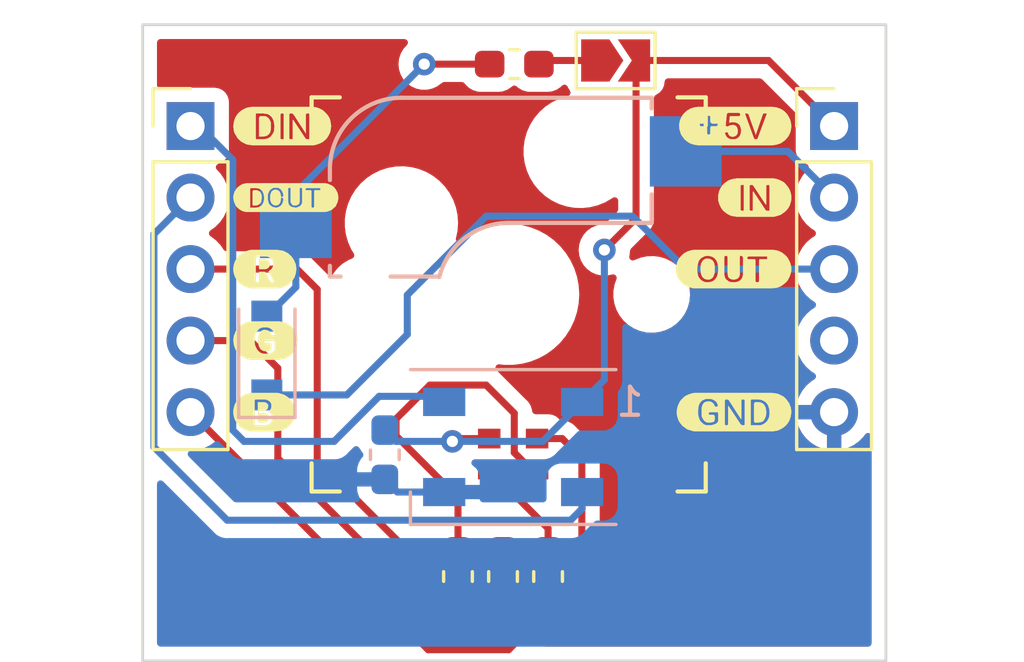
<source format=kicad_pcb>
(kicad_pcb (version 20210126) (generator pcbnew)
  (layers (0 "F.Cu" signal) (31 "B.Cu" signal) (34 "B.Paste" user) (35 "F.Paste" user) (36 "B.SilkS" user "B.Silkscreen") (37 "F.SilkS" user "F.Silkscreen") (38 "B.Mask" user) (39 "F.Mask" user) (44 "Edge.Cuts" user))
  (net 0 "")
  (net 1 "GND")
  (net 2 "+5V")
  (net 3 "Net-(D1-Pad2)")
  (net 4 "KM_OUT")
  (net 5 "Net-(D2-Pad3)")
  (net 6 "Net-(D2-Pad1)")
  (net 7 "Net-(D2-Pad2)")
  (net 8 "DOUT")
  (net 9 "DIN")
  (net 10 "LED_B")
  (net 11 "LED_G")
  (net 12 "LED_R")
  (net 14 "KM_IN")
  (net 15 "Net-(JP1-Pad1)")
  (footprint "Connector_PinHeader_2.54mm:PinHeader_1x05_P2.54mm_Vertical" (layer "F.Cu") (at 137.16 101.6)
    (fp_text reference "J2" hide)
    (fp_text value "Conn_01x05_Male")
    (fp_line (start -1.33 0) (end -1.33 -1.33) (layer "F.SilkS") (width 0.12))
    (fp_line (start -1.33 11.49) (end 1.33 11.49) (layer "F.SilkS") (width 0.12))
    (fp_line (start -1.33 1.27) (end 1.33 1.27) (layer "F.SilkS") (width 0.12))
    (fp_line (start -1.33 1.27) (end -1.33 11.49) (layer "F.SilkS") (width 0.12))
    (fp_line (start -1.33 -1.33) (end 0 -1.33) (layer "F.SilkS") (width 0.12))
    (fp_line (start 1.33 1.27) (end 1.33 11.49) (layer "F.SilkS") (width 0.12))
    (pad "1" thru_hole rect (at 0 0) (size 1.7 1.7) (drill 1) (layers *.Cu *.Mask) (net 2 "+5V"))
    (pad "2" thru_hole oval (at 0 2.54) (size 1.7 1.7) (drill 1) (layers *.Cu *.Mask) (net 14 "KM_IN"))
    (pad "3" thru_hole oval (at 0 5.08) (size 1.7 1.7) (drill 1) (layers *.Cu *.Mask) (net 4 "KM_OUT"))
    (pad "4" thru_hole oval (at 0 7.62) (size 1.7 1.7) (drill 1) (layers *.Cu *.Mask))
    (pad "5" thru_hole oval (at 0 10.16) (size 1.7 1.7) (drill 1) (layers *.Cu *.Mask) (net 1 "GND"))
  )
  (footprint "buzzardLabel" (layer "F.Cu") (at 115.824 106.68)
    (fp_text reference "" (at 0 0) (layer "F.SilkS") (effects (font (size 1.27 1.27))))
    (fp_text value "" (at 0 0) (layer "F.SilkS") (effects (font (size 1.27 1.27))))
    (fp_poly (pts (xy 0.93 0) (xy 1.07 0) (xy 1.14 0) (xy 1.2 -0.02) (xy 1.25 -0.06) (xy 1.29 -0.12) (xy 1.29 -0.19) (xy 1.28 -0.26) (xy 1.24 -0.31) (xy 1.19 -0.34) (xy 1.12 -0.35) (xy 0.91 -0.35) (xy 0.91 -0.29) (xy 0.91 -0.02) (xy 0.93 0)) (layer "F.SilkS") (width 0.01) (fill solid))
    (fp_poly (pts (xy 0.63 -0.68) (xy 0.56 -0.67) (xy 0.5 -0.65) (xy 0.43 -0.63) (xy 0.37 -0.6) (xy 0.31 -0.57) (xy 0.26 -0.53) (xy 0.21 -0.49) (xy 0.16 -0.44) (xy 0.12 -0.38) (xy 0.08 -0.32) (xy 0.05 -0.26) (xy 0.03 -0.2) (xy 0.01 -0.13) (xy 0 -0.07) (xy 0 0) (xy 0 0.07) (xy 0.01 0.13) (xy 0.03 0.2) (xy 0.05 0.26) (xy 0.08 0.32) (xy 0.12 0.38) (xy 0.16 0.44) (xy 0.2 0.49) (xy 0.26 0.53) (xy 0.31 0.57) (xy 0.37 0.6) (xy 0.43 0.63) (xy 0.5 0.65) (xy 0.56 0.67) (xy 0.63 0.68) (xy 0.69 0.68) (xy 0.82 0.47) (xy 0.79 0.44) (xy 0.79 -0.44) (xy 0.84 -0.45) (xy 1.11 -0.45) (xy 1.19 -0.45) (xy 1.25 -0.43) (xy 1.31 -0.4) (xy 1.35 -0.36) (xy 1.39 -0.31) (xy 1.41 -0.25) (xy 1.42 -0.17) (xy 1.41 -0.1) (xy 1.38 -0.04) (xy 1.34 0.01) (xy 1.29 0.05) (xy 1.25 0.09) (xy 1.44 0.45) (xy 1.42 0.47) (xy 1.35 0.47) (xy 1.31 0.44) (xy 1.15 0.14) (xy 1.12 0.1) (xy 0.92 0.1) (xy 0.91 0.16) (xy 0.91 0.43) (xy 0.89 0.47) (xy 0.82 0.47) (xy 0.7 0.68) (xy 1.58 0.68) (xy 1.64 0.67) (xy 1.71 0.66) (xy 1.77 0.64) (xy 1.84 0.61) (xy 1.9 0.58) (xy 1.95 0.55) (xy 2.01 0.5) (xy 2.05 0.45) (xy 2.1 0.4) (xy 2.13 0.35) (xy 2.17 0.29) (xy 2.19 0.22) (xy 2.21 0.16) (xy 2.22 0.09) (xy 2.23 0.02) (xy 2.23 -0.04) (xy 2.22 -0.11) (xy 2.21 -0.18) (xy 2.18 -0.24) (xy 2.16 -0.3) (xy 2.12 -0.36) (xy 2.08 -0.42) (xy 2.04 -0.47) (xy 1.99 -0.51) (xy 1.94 -0.56) (xy 1.88 -0.59) (xy 1.82 -0.62) (xy 1.76 -0.65) (xy 1.69 -0.66) (xy 1.62 -0.67) (xy 1.56 -0.68) (xy 0.68 -0.68) (xy 0.63 -0.68)) (layer "F.SilkS") (width 0.01) (fill solid))
  )
  (footprint "Connector_PinHeader_2.54mm:PinHeader_1x05_P2.54mm_Vertical" (layer "F.Cu") (at 114.3 101.6)
    (fp_text reference "J1" hide)
    (fp_text value "Conn_01x05_Male")
    (fp_line (start -1.33 0) (end -1.33 -1.33) (layer "F.SilkS") (width 0.12))
    (fp_line (start -1.33 11.49) (end 1.33 11.49) (layer "F.SilkS") (width 0.12))
    (fp_line (start 1.33 1.27) (end 1.33 11.49) (layer "F.SilkS") (width 0.12))
    (fp_line (start -1.33 -1.33) (end 0 -1.33) (layer "F.SilkS") (width 0.12))
    (fp_line (start -1.33 1.27) (end 1.33 1.27) (layer "F.SilkS") (width 0.12))
    (fp_line (start -1.33 1.27) (end -1.33 11.49) (layer "F.SilkS") (width 0.12))
    (pad "1" thru_hole rect (at 0 0) (size 1.7 1.7) (drill 1) (layers *.Cu *.Mask) (net 9 "DIN"))
    (pad "2" thru_hole oval (at 0 2.54) (size 1.7 1.7) (drill 1) (layers *.Cu *.Mask) (net 8 "DOUT"))
    (pad "3" thru_hole oval (at 0 5.08) (size 1.7 1.7) (drill 1) (layers *.Cu *.Mask) (net 12 "LED_R"))
    (pad "4" thru_hole oval (at 0 7.62) (size 1.7 1.7) (drill 1) (layers *.Cu *.Mask) (net 11 "LED_G"))
    (pad "5" thru_hole oval (at 0 10.16) (size 1.7 1.7) (drill 1) (layers *.Cu *.Mask) (net 10 "LED_B"))
  )
  (footprint "buzzardLabel" (layer "F.Cu") (at 115.824 101.6)
    (fp_text reference "" (at 0 0) (layer "F.SilkS") (effects (font (size 1.27 1.27))))
    (fp_text value "" (at 0 0) (layer "F.SilkS") (effects (font (size 1.27 1.27))))
    (fp_poly (pts (xy 0.91 -0.3) (xy 0.91 0.31) (xy 0.91 0.37) (xy 1.05 0.37) (xy 1.12 0.36) (xy 1.19 0.34) (xy 1.24 0.3) (xy 1.28 0.26) (xy 1.31 0.2) (xy 1.32 0.14) (xy 1.33 0.06) (xy 1.33 -0.01) (xy 1.33 -0.08) (xy 1.32 -0.15) (xy 1.29 -0.21) (xy 1.26 -0.26) (xy 1.21 -0.31) (xy 1.16 -0.34) (xy 1.09 -0.35) (xy 0.95 -0.35) (xy 0.91 -0.3)) (layer "F.SilkS") (width 0.01) (fill solid))
    (fp_poly (pts (xy 0.65 -0.68) (xy 0.58 -0.67) (xy 0.52 -0.66) (xy 0.45 -0.64) (xy 0.39 -0.61) (xy 0.33 -0.58) (xy 0.27 -0.54) (xy 0.22 -0.5) (xy 0.17 -0.45) (xy 0.13 -0.4) (xy 0.09 -0.34) (xy 0.06 -0.28) (xy 0.04 -0.22) (xy 0.02 -0.16) (xy 0.01 -0.09) (xy 0 -0.02) (xy 0 0.04) (xy 0.01 0.11) (xy 0.02 0.18) (xy 0.04 0.24) (xy 0.07 0.3) (xy 0.11 0.36) (xy 0.14 0.42) (xy 0.19 0.47) (xy 0.24 0.52) (xy 0.29 0.56) (xy 0.35 0.59) (xy 0.41 0.62) (xy 0.47 0.65) (xy 0.54 0.66) (xy 0.6 0.67) (xy 0.67 0.68) (xy 0.8 0.47) (xy 0.79 0.41) (xy 0.79 -0.4) (xy 0.8 -0.45) (xy 1.07 -0.45) (xy 1.14 -0.44) (xy 1.21 -0.43) (xy 1.27 -0.4) (xy 1.32 -0.36) (xy 1.37 -0.31) (xy 1.4 -0.25) (xy 1.67 -0.42) (xy 1.7 -0.45) (xy 1.77 -0.45) (xy 1.79 -0.41) (xy 1.99 -0.43) (xy 2.02 -0.45) (xy 2.09 -0.45) (xy 2.14 -0.41) (xy 2.54 0.21) (xy 2.57 0.26) (xy 2.57 -0.42) (xy 2.61 -0.45) (xy 2.68 -0.45) (xy 2.7 -0.41) (xy 2.7 0.47) (xy 2.63 0.47) (xy 2.57 0.46) (xy 2.12 -0.22) (xy 2.11 -0.2) (xy 2.11 0.41) (xy 2.1 0.47) (xy 2.03 0.47) (xy 1.98 0.45) (xy 1.98 -0.42) (xy 1.79 -0.41) (xy 1.79 0.47) (xy 1.72 0.47) (xy 1.67 0.46) (xy 1.67 -0.42) (xy 1.4 -0.25) (xy 1.43 -0.19) (xy 1.44 -0.13) (xy 1.45 -0.06) (xy 1.46 0.01) (xy 1.45 0.08) (xy 1.45 0.15) (xy 1.43 0.22) (xy 1.4 0.27) (xy 1.36 0.33) (xy 1.32 0.38) (xy 1.26 0.42) (xy 1.2 0.45) (xy 1.14 0.46) (xy 1.07 0.47) (xy 0.8 0.47) (xy 0.67 0.68) (xy 2.77 0.68) (xy 2.84 0.68) (xy 2.9 0.67) (xy 2.97 0.65) (xy 3.03 0.63) (xy 3.1 0.6) (xy 3.16 0.57) (xy 3.21 0.53) (xy 3.26 0.49) (xy 3.31 0.44) (xy 3.35 0.38) (xy 3.38 0.33) (xy 3.41 0.27) (xy 3.44 0.2) (xy 3.45 0.14) (xy 3.46 0.07) (xy 3.47 0) (xy 3.46 -0.07) (xy 3.45 -0.13) (xy 3.44 -0.2) (xy 3.42 -0.26) (xy 3.39 -0.32) (xy 3.35 -0.38) (xy 3.31 -0.43) (xy 3.26 -0.48) (xy 3.21 -0.53) (xy 3.16 -0.57) (xy 3.1 -0.6) (xy 3.04 -0.63) (xy 2.98 -0.65) (xy 2.91 -0.67) (xy 2.84 -0.68) (xy 2.77 -0.68) (xy 0.68 -0.68) (xy 0.65 -0.68)) (layer "F.SilkS") (width 0.01) (fill solid))
  )
  (footprint "Resistor_SMD:R_0603_1608Metric_Pad1.05x0.95mm_HandSolder" (layer "F.Cu") (at 123.8 117.6 90)
    (fp_text reference "R2" hide)
    (fp_text value "220")
    (fp_line (start -0.171267 0.51) (end 0.171267 0.51) (layer "F.SilkS") (width 0.12))
    (fp_line (start -0.171267 -0.51) (end 0.171267 -0.51) (layer "F.SilkS") (width 0.12))
    (pad "1" smd roundrect (at -0.875 0 90) (size 1.05 0.95) (layers "F.Cu" "F.Paste" "F.Mask") (net 12 "LED_R"))
    (pad "2" smd roundrect (at 0.875 0 90) (size 1.05 0.95) (layers "F.Cu" "F.Paste" "F.Mask") (net 6 "Net-(D2-Pad1)"))
  )
  (footprint "buzzardLabel" (layer "F.Cu") (at 115.824 104.14)
    (fp_text reference "" (at 0 0) (layer "F.SilkS") (effects (font (size 1.27 1.27))))
    (fp_text value "" (at 0 0) (layer "F.SilkS") (effects (font (size 1.27 1.27))))
    (fp_poly (pts (xy 0.68 -0.22) (xy 0.68 0.24) (xy 0.69 0.28) (xy 0.79 0.28) (xy 0.85 0.27) (xy 0.89 0.25) (xy 0.93 0.22) (xy 0.96 0.19) (xy 0.98 0.15) (xy 0.99 0.1) (xy 1 0.04) (xy 1 -0.01) (xy 1 -0.07) (xy 0.99 -0.12) (xy 0.97 -0.16) (xy 0.94 -0.2) (xy 0.91 -0.23) (xy 0.86 -0.25) (xy 0.81 -0.26) (xy 0.71 -0.26) (xy 0.68 -0.22)) (layer "F.SilkS") (width 0.01) (fill solid))
    (fp_poly (pts (xy 0.48 -0.51) (xy 0.43 -0.5) (xy 0.38 -0.49) (xy 0.33 -0.48) (xy 0.29 -0.46) (xy 0.24 -0.43) (xy 0.2 -0.4) (xy 0.16 -0.37) (xy 0.13 -0.34) (xy 0.1 -0.3) (xy 0.07 -0.25) (xy 0.04 -0.21) (xy 0.03 -0.16) (xy 0.01 -0.11) (xy 0 -0.06) (xy 0 -0.01) (xy 0 0.04) (xy 0.01 0.09) (xy 0.02 0.14) (xy 0.04 0.19) (xy 0.06 0.23) (xy 0.08 0.28) (xy 0.11 0.32) (xy 0.15 0.36) (xy 0.18 0.39) (xy 0.22 0.42) (xy 0.27 0.45) (xy 0.31 0.47) (xy 0.36 0.49) (xy 0.41 0.5) (xy 0.46 0.51) (xy 0.51 0.51) (xy 0.59 0.35) (xy 0.59 0.31) (xy 0.59 -0.3) (xy 0.6 -0.34) (xy 0.81 -0.34) (xy 0.86 -0.33) (xy 0.91 -0.32) (xy 0.95 -0.3) (xy 0.99 -0.27) (xy 1.03 -0.23) (xy 1.05 -0.18) (xy 1.07 -0.14) (xy 1.08 -0.09) (xy 1.09 -0.04) (xy 1.22 -0.03) (xy 1.22 -0.09) (xy 1.23 -0.14) (xy 1.25 -0.18) (xy 1.27 -0.23) (xy 1.3 -0.27) (xy 1.34 -0.3) (xy 1.38 -0.33) (xy 1.43 -0.35) (xy 1.48 -0.35) (xy 1.53 -0.35) (xy 1.58 -0.35) (xy 1.63 -0.33) (xy 1.67 -0.3) (xy 1.7 -0.27) (xy 1.73 -0.22) (xy 1.75 -0.18) (xy 1.77 -0.13) (xy 1.77 -0.08) (xy 1.78 -0.03) (xy 1.69 -0.03) (xy 1.68 -0.09) (xy 1.67 -0.14) (xy 1.65 -0.18) (xy 1.63 -0.22) (xy 1.59 -0.25) (xy 1.55 -0.27) (xy 1.5 -0.28) (xy 1.44 -0.27) (xy 1.4 -0.25) (xy 1.36 -0.22) (xy 1.34 -0.18) (xy 1.32 -0.13) (xy 1.31 -0.08) (xy 1.31 -0.02) (xy 1.31 0.03) (xy 1.31 0.09) (xy 1.33 0.14) (xy 1.34 0.18) (xy 1.37 0.22) (xy 1.41 0.25) (xy 1.45 0.27) (xy 1.5 0.28) (xy 1.55 0.27) (xy 1.6 0.25) (xy 1.63 0.22) (xy 1.66 0.18) (xy 1.67 0.14) (xy 1.68 0.08) (xy 1.69 0.03) (xy 1.69 -0.03) (xy 1.78 0.04) (xy 1.77 0.09) (xy 1.94 0.12) (xy 1.94 -0.33) (xy 1.98 -0.35) (xy 2.03 -0.35) (xy 2.03 -0.31) (xy 2.03 0.1) (xy 2.03 0.16) (xy 2.05 0.2) (xy 2.08 0.24) (xy 2.11 0.27) (xy 2.17 0.28) (xy 2.22 0.28) (xy 2.27 0.26) (xy 2.31 0.24) (xy 2.34 0.2) (xy 2.35 0.15) (xy 2.35 0.1) (xy 2.35 -0.31) (xy 2.36 -0.35) (xy 2.41 -0.35) (xy 2.44 -0.32) (xy 2.56 -0.32) (xy 2.59 -0.34) (xy 3.04 -0.34) (xy 3.09 -0.34) (xy 3.09 -0.29) (xy 3.09 -0.26) (xy 2.89 -0.26) (xy 2.87 -0.23) (xy 2.87 0.32) (xy 2.85 0.36) (xy 2.79 0.36) (xy 2.77 0.33) (xy 2.77 -0.23) (xy 2.75 -0.26) (xy 2.6 -0.26) (xy 2.56 -0.27) (xy 2.56 -0.32) (xy 2.44 -0.32) (xy 2.44 0.14) (xy 2.44 0.19) (xy 2.42 0.24) (xy 2.39 0.28) (xy 2.35 0.31) (xy 2.31 0.33) (xy 2.26 0.35) (xy 2.21 0.36) (xy 2.16 0.35) (xy 2.1 0.34) (xy 2.06 0.33) (xy 2.02 0.3) (xy 1.98 0.27) (xy 1.96 0.23) (xy 1.95 0.18) (xy 1.94 0.12) (xy 1.77 0.1) (xy 1.76 0.14) (xy 1.75 0.19) (xy 1.72 0.24) (xy 1.69 0.28) (xy 1.66 0.31) (xy 1.61 0.33) (xy 1.57 0.35) (xy 1.52 0.36) (xy 1.46 0.35) (xy 1.41 0.34) (xy 1.37 0.32) (xy 1.33 0.29) (xy 1.29 0.26) (xy 1.26 0.22) (xy 1.24 0.17) (xy 1.23 0.12) (xy 1.22 0.07) (xy 1.22 -0.03) (xy 1.09 -0.04) (xy 1.09 0.01) (xy 1.09 0.07) (xy 1.08 0.12) (xy 1.07 0.16) (xy 1.05 0.21) (xy 1.02 0.25) (xy 0.99 0.29) (xy 0.94 0.32) (xy 0.9 0.34) (xy 0.85 0.35) (xy 0.8 0.36) (xy 0.6 0.36) (xy 0.51 0.51) (xy 3.2 0.51) (xy 3.25 0.51) (xy 3.3 0.5) (xy 3.35 0.49) (xy 3.4 0.47) (xy 3.45 0.45) (xy 3.49 0.43) (xy 3.53 0.4) (xy 3.57 0.36) (xy 3.61 0.33) (xy 3.64 0.29) (xy 3.66 0.24) (xy 3.68 0.2) (xy 3.7 0.15) (xy 3.71 0.1) (xy 3.72 0.05) (xy 3.72 0) (xy 3.72 -0.05) (xy 3.71 -0.1) (xy 3.7 -0.15) (xy 3.68 -0.2) (xy 3.66 -0.24) (xy 3.63 -0.29) (xy 3.6 -0.33) (xy 3.57 -0.37) (xy 3.53 -0.4) (xy 3.49 -0.43) (xy 3.44 -0.45) (xy 3.4 -0.47) (xy 3.35 -0.49) (xy 3.3 -0.5) (xy 3.25 -0.51) (xy 3.2 -0.51) (xy 0.51 -0.51) (xy 0.48 -0.51)) (layer "F.SilkS") (width 0.01) (fill solid))
  )
  (footprint "keyswitches:Kailh_socket_MX_1u" (layer "F.Cu") (at 125.6 107.58)
    (fp_text reference "K1" hide)
    (fp_text value "KEYSW")
    (fp_line (start 5.08 -6.985) (end 5.08 -6.604) (layer "B.SilkS") (width 0.15))
    (fp_line (start -6.35 -1.016) (end -6.35 -0.635) (layer "B.SilkS") (width 0.15))
    (fp_line (start 5.08 -2.54) (end 0 -2.54) (layer "B.SilkS") (width 0.15))
    (fp_line (start -5.969 -0.635) (end -6.35 -0.635) (layer "B.SilkS") (width 0.15))
    (fp_line (start -6.35 -4.445) (end -6.35 -4.064) (layer "B.SilkS") (width 0.15))
    (fp_line (start -2.464162 -0.635) (end -4.191 -0.635) (layer "B.SilkS") (width 0.15))
    (fp_line (start -3.81 -6.985) (end 5.08 -6.985) (layer "B.SilkS") (width 0.15))
    (fp_line (start 5.08 -3.556) (end 5.08 -2.54) (layer "B.SilkS") (width 0.15))
    (fp_arc (start 0 0) (end 0 -2.54) (angle -75.96375653) (layer "B.SilkS") (width 0.15))
    (fp_arc (start -3.81 -4.445) (end -3.81 -6.985) (angle -90) (layer "B.SilkS") (width 0.15))
    (fp_line (start 6 7) (end 7 7) (layer "F.SilkS") (width 0.15))
    (fp_line (start -6 -7) (end -7 -7) (layer "F.SilkS") (width 0.15))
    (fp_line (start -7 -6) (end -7 -7) (layer "F.SilkS") (width 0.15))
    (fp_line (start -7 7) (end -6 7) (layer "F.SilkS") (width 0.15))
    (fp_line (start 7 6) (end 7 7) (layer "F.SilkS") (width 0.15))
    (fp_line (start 7 -7) (end 7 -6) (layer "F.SilkS") (width 0.15))
    (fp_line (start 7 -7) (end 6 -7) (layer "F.SilkS") (width 0.15))
    (fp_line (start -7 7) (end -7 6) (layer "F.SilkS") (width 0.15))
    (pad "" np_thru_hole circle (at -3.81 -2.54) (size 3 3) (drill 3) (layers *.Cu *.Mask))
    (pad "" np_thru_hole circle (at -5.08 0) (size 1.7018 1.7018) (drill 1.7018) (layers *.Cu *.Mask))
    (pad "" np_thru_hole circle (at 0 0) (size 3.9878 3.9878) (drill 3.9878) (layers *.Cu *.Mask))
    (pad "" np_thru_hole circle (at 2.54 -5.08) (size 3 3) (drill 3) (layers *.Cu *.Mask))
    (pad "" np_thru_hole circle (at 5.08 0) (size 1.7018 1.7018) (drill 1.7018) (layers *.Cu *.Mask))
    (pad "1" smd rect (at 6.29 -5.08) (size 2.55 2.5) (layers "B.Cu" "B.Paste" "B.Mask") (net 14 "KM_IN"))
    (pad "2" smd rect (at -7.56 -2.54) (size 2.55 2.5) (layers "B.Cu" "B.Paste" "B.Mask") (net 3 "Net-(D1-Pad2)"))
  )
  (footprint "Resistor_SMD:R_0603_1608Metric_Pad1.05x0.95mm_HandSolder" (layer "F.Cu") (at 125.4 117.6 90)
    (fp_text reference "R3" hide)
    (fp_text value "220")
    (fp_line (start -0.171267 0.51) (end 0.171267 0.51) (layer "F.SilkS") (width 0.12))
    (fp_line (start -0.171267 -0.51) (end 0.171267 -0.51) (layer "F.SilkS") (width 0.12))
    (pad "1" smd roundrect (at -0.875 0 90) (size 1.05 0.95) (layers "F.Cu" "F.Paste" "F.Mask") (net 11 "LED_G"))
    (pad "2" smd roundrect (at 0.875 0 90) (size 1.05 0.95) (layers "F.Cu" "F.Paste" "F.Mask") (net 7 "Net-(D2-Pad2)"))
  )
  (footprint "Jumper:SolderJumper-2_P1.3mm_Open_TrianglePad1.0x1.5mm" (layer "F.Cu") (at 129.4 99.27)
    (fp_text reference "JP1" hide)
    (fp_text value "Jumper_2_Open")
    (fp_line (start -1.4 -1) (end 1.4 -1) (layer "F.SilkS") (width 0.12))
    (fp_line (start -1.4 1) (end -1.4 -1) (layer "F.SilkS") (width 0.12))
    (fp_line (start 1.4 -1) (end 1.4 1) (layer "F.SilkS") (width 0.12))
    (fp_line (start 1.4 1) (end -1.4 1) (layer "F.SilkS") (width 0.12))
    (pad "1" smd custom (at -0.725 0) (size 0.3 0.3) (layers "F.Cu" "F.Mask") (net 15 "Net-(JP1-Pad1)") (options (clearance outline) (anchor rect)) (primitives (gr_poly (pts (xy -0.5 -0.75) (xy 0.5 -0.75) (xy 1 0) (xy 0.5 0.75) (xy -0.5 0.75)) (width 0) (fill yes))))
    (pad "2" smd custom (at 0.725 0) (size 0.3 0.3) (layers "F.Cu" "F.Mask") (net 2 "+5V") (options (clearance outline) (anchor rect)) (primitives (gr_poly (pts (xy -0.65 -0.75) (xy 0.5 -0.75) (xy 0.5 0.75) (xy -0.65 0.75) (xy -0.15 0)) (width 0) (fill yes))))
  )
  (footprint "buzzardLabel" (layer "F.Cu") (at 135.636 101.6)
    (fp_text reference "" (at 0 0) (layer "F.SilkS") (effects (font (size 1.27 1.27))))
    (fp_text value "" (at 0 0) (layer "F.SilkS") (effects (font (size 1.27 1.27))))
    (fp_poly (pts (xy -3.32 -0.68) (xy -3.39 -0.67) (xy -3.45 -0.66) (xy -3.52 -0.64) (xy -3.58 -0.62) (xy -3.64 -0.58) (xy -3.7 -0.55) (xy -3.75 -0.5) (xy -3.8 -0.46) (xy -3.84 -0.41) (xy -3.88 -0.35) (xy -3.91 -0.29) (xy -3.94 -0.23) (xy -3.96 -0.16) (xy -3.97 -0.1) (xy -3.98 -0.03) (xy -3.97 0.04) (xy -3.97 0.11) (xy -3.95 0.17) (xy -3.93 0.24) (xy -3.91 0.3) (xy -3.87 0.36) (xy -3.83 0.41) (xy -3.79 0.47) (xy -3.74 0.51) (xy -3.69 0.55) (xy -3.63 0.59) (xy -3.57 0.62) (xy -3.51 0.64) (xy -3.44 0.66) (xy -3.37 0.67) (xy -3.31 0.68) (xy -0.67 0.68) (xy -0.6 0.67) (xy -0.53 0.66) (xy -0.47 0.64) (xy -0.4 0.62) (xy -0.34 0.59) (xy -0.29 0.55) (xy -0.23 0.51) (xy -0.18 0.46) (xy -0.14 0.41) (xy -0.1 0.36) (xy -0.07 0.3) (xy -0.04 0.24) (xy -0.02 0.17) (xy -0.01 0.11) (xy 0 0.04) (xy 0 -0.03) (xy -0.01 -0.1) (xy -0.02 -0.16) (xy -0.04 -0.23) (xy -0.07 -0.29) (xy -0.1 -0.35) (xy -0.14 -0.41) (xy -0.18 -0.46) (xy -0.23 -0.51) (xy -0.28 -0.55) (xy -0.34 -0.59) (xy -0.4 -0.62) (xy -0.46 -0.64) (xy -0.52 -0.66) (xy -0.59 -0.67) (xy -0.66 -0.68) (xy -3.3 -0.68) (xy -2.99 -0.37) (xy -2.92 -0.37) (xy -2.87 -0.35) (xy -2.87 -0.14) (xy -2.81 -0.09) (xy -2.67 -0.09) (xy -2.61 -0.09) (xy -2.61 -0.02) (xy -2.33 -0.03) (xy -2.29 -0.43) (xy -2.25 -0.47) (xy -1.85 -0.47) (xy -1.81 -0.44) (xy -1.64 -0.45) (xy -1.57 -0.45) (xy -1.52 -0.43) (xy -1.27 0.27) (xy -1.26 0.31) (xy -1.02 -0.39) (xy -0.99 -0.45) (xy -0.93 -0.45) (xy -0.86 -0.45) (xy -1.19 0.44) (xy -1.23 0.47) (xy -1.3 0.47) (xy -1.33 0.42) (xy -1.63 -0.4) (xy -1.64 -0.45) (xy -1.81 -0.44) (xy -1.81 -0.37) (xy -1.86 -0.35) (xy -2.13 -0.35) (xy -2.18 -0.34) (xy -2.2 -0.14) (xy -2.18 -0.12) (xy -2.12 -0.14) (xy -2.05 -0.14) (xy -1.98 -0.13) (xy -1.92 -0.11) (xy -1.86 -0.07) (xy -1.82 -0.02) (xy -1.8 0.04) (xy -1.78 0.11) (xy -1.78 0.18) (xy -1.79 0.26) (xy -1.81 0.32) (xy -1.84 0.37) (xy -1.89 0.42) (xy -1.94 0.45) (xy -2.01 0.47) (xy -2.08 0.47) (xy -2.15 0.47) (xy -2.22 0.44) (xy -2.27 0.41) (xy -2.31 0.36) (xy -2.34 0.3) (xy -2.36 0.24) (xy -2.31 0.22) (xy -2.25 0.22) (xy -2.23 0.29) (xy -2.19 0.34) (xy -2.14 0.37) (xy -2.07 0.38) (xy -2 0.36) (xy -1.95 0.33) (xy -1.91 0.27) (xy -1.9 0.21) (xy -1.9 0.13) (xy -1.92 0.06) (xy -1.95 0.01) (xy -2.01 -0.03) (xy -2.07 -0.04) (xy -2.15 -0.03) (xy -2.2 -0.01) (xy -2.26 0.02) (xy -2.32 0) (xy -2.33 -0.02) (xy -2.62 -0.02) (xy -2.65 0.01) (xy -2.85 0.01) (xy -2.87 0.06) (xy -2.87 0.27) (xy -2.9 0.3) (xy -2.97 0.3) (xy -2.99 0.26) (xy -2.99 0.06) (xy -3.01 0.01) (xy -3.22 0.01) (xy -3.25 -0.02) (xy -3.25 -0.09) (xy -3.19 -0.09) (xy -3.05 -0.09) (xy -2.99 -0.1) (xy -2.99 -0.31) (xy -2.99 -0.36) (xy -3.3 -0.68) (xy -3.32 -0.68)) (layer "F.SilkS") (width 0.01) (fill solid))
  )
  (footprint "Resistor_SMD:R_0603_1608Metric_Pad1.05x0.95mm_HandSolder" (layer "F.Cu") (at 125.8 99.4 180)
    (fp_text reference "R1" hide)
    (fp_text value "10k")
    (fp_line (start -0.171267 0.51) (end 0.171267 0.51) (layer "F.SilkS") (width 0.12))
    (fp_line (start -0.171267 -0.51) (end 0.171267 -0.51) (layer "F.SilkS") (width 0.12))
    (pad "1" smd roundrect (at -0.875 0 180) (size 1.05 0.95) (layers "F.Cu" "F.Paste" "F.Mask") (net 15 "Net-(JP1-Pad1)"))
    (pad "2" smd roundrect (at 0.875 0 180) (size 1.05 0.95) (layers "F.Cu" "F.Paste" "F.Mask") (net 3 "Net-(D1-Pad2)"))
  )
  (footprint "Resistor_SMD:R_0603_1608Metric_Pad1.05x0.95mm_HandSolder" (layer "F.Cu") (at 127 117.6 90)
    (fp_text reference "R4" hide)
    (fp_text value "220")
    (fp_line (start -0.171267 0.51) (end 0.171267 0.51) (layer "F.SilkS") (width 0.12))
    (fp_line (start -0.171267 -0.51) (end 0.171267 -0.51) (layer "F.SilkS") (width 0.12))
    (pad "1" smd roundrect (at -0.875 0 90) (size 1.05 0.95) (layers "F.Cu" "F.Paste" "F.Mask") (net 10 "LED_B"))
    (pad "2" smd roundrect (at 0.875 0 90) (size 1.05 0.95) (layers "F.Cu" "F.Paste" "F.Mask") (net 5 "Net-(D2-Pad3)"))
  )
  (footprint "buzzardLabel" (layer "F.Cu") (at 135.636 104.14)
    (fp_text reference "" (at 0 0) (layer "F.SilkS") (effects (font (size 1.27 1.27))))
    (fp_text value "" (at 0 0) (layer "F.SilkS") (effects (font (size 1.27 1.27))))
    (fp_poly (pts (xy -1.94 -0.68) (xy -2 -0.67) (xy -2.07 -0.66) (xy -2.13 -0.64) (xy -2.2 -0.62) (xy -2.26 -0.59) (xy -2.31 -0.55) (xy -2.37 -0.51) (xy -2.42 -0.46) (xy -2.46 -0.41) (xy -2.5 -0.35) (xy -2.53 -0.29) (xy -2.56 -0.23) (xy -2.57 -0.16) (xy -2.59 -0.1) (xy -2.59 -0.03) (xy -2.59 0.04) (xy -2.59 0.11) (xy -2.57 0.17) (xy -2.55 0.24) (xy -2.52 0.3) (xy -2.49 0.36) (xy -2.45 0.42) (xy -2.41 0.47) (xy -2.36 0.51) (xy -2.31 0.55) (xy -2.25 0.59) (xy -2.19 0.62) (xy -2.12 0.65) (xy -2.06 0.66) (xy -1.99 0.67) (xy -1.92 0.68) (xy -1.76 0.47) (xy -1.8 0.45) (xy -1.8 -0.44) (xy -1.75 -0.45) (xy -1.68 -0.45) (xy -1.68 -0.39) (xy -1.68 0.42) (xy -1.48 0.45) (xy -1.48 -0.43) (xy -1.44 -0.45) (xy -1.37 -0.45) (xy -1.33 -0.4) (xy -0.92 0.22) (xy -0.89 0.25) (xy -0.89 -0.43) (xy -0.85 -0.45) (xy -0.78 -0.45) (xy -0.77 -0.39) (xy -0.77 0.42) (xy -0.77 0.47) (xy -0.84 0.47) (xy -0.9 0.46) (xy -1.35 -0.22) (xy -1.36 -0.19) (xy -1.36 0.42) (xy -1.37 0.47) (xy -1.44 0.47) (xy -1.48 0.45) (xy -1.68 0.43) (xy -1.69 0.47) (xy -1.76 0.47) (xy -1.92 0.68) (xy -0.7 0.68) (xy -0.63 0.68) (xy -0.57 0.67) (xy -0.5 0.65) (xy -0.44 0.63) (xy -0.37 0.61) (xy -0.32 0.57) (xy -0.26 0.53) (xy -0.21 0.49) (xy -0.16 0.44) (xy -0.12 0.39) (xy -0.08 0.33) (xy -0.05 0.27) (xy -0.03 0.2) (xy -0.01 0.14) (xy 0 0.07) (xy 0 0) (xy 0 -0.06) (xy -0.01 -0.13) (xy -0.03 -0.2) (xy -0.05 -0.26) (xy -0.08 -0.32) (xy -0.12 -0.38) (xy -0.16 -0.43) (xy -0.2 -0.48) (xy -0.25 -0.53) (xy -0.31 -0.57) (xy -0.37 -0.6) (xy -0.43 -0.63) (xy -0.49 -0.65) (xy -0.56 -0.67) (xy -0.63 -0.68) (xy -0.7 -0.68) (xy -1.92 -0.68) (xy -1.94 -0.68)) (layer "F.SilkS") (width 0.01) (fill solid))
  )
  (footprint "buzzardLabel" (layer "F.Cu") (at 115.824 111.76)
    (fp_text reference "" (at 0 0) (layer "F.SilkS") (effects (font (size 1.27 1.27))))
    (fp_text value "" (at 0 0) (layer "F.SilkS") (effects (font (size 1.27 1.27))))
    (fp_poly (pts (xy 0.63 -0.68) (xy 0.56 -0.67) (xy 0.5 -0.65) (xy 0.43 -0.63) (xy 0.37 -0.6) (xy 0.31 -0.57) (xy 0.26 -0.53) (xy 0.21 -0.49) (xy 0.16 -0.44) (xy 0.12 -0.39) (xy 0.08 -0.33) (xy 0.05 -0.27) (xy 0.03 -0.2) (xy 0.01 -0.14) (xy 0 -0.07) (xy 0 0) (xy 0 0.06) (xy 0.01 0.13) (xy 0.03 0.2) (xy 0.05 0.26) (xy 0.08 0.32) (xy 0.12 0.38) (xy 0.16 0.43) (xy 0.2 0.48) (xy 0.25 0.53) (xy 0.31 0.57) (xy 0.36 0.6) (xy 0.43 0.63) (xy 0.49 0.65) (xy 0.56 0.67) (xy 0.62 0.68) (xy 0.69 0.68) (xy 0.75 0.47) (xy 0.75 -0.4) (xy 0.77 -0.45) (xy 1.04 -0.45) (xy 1.12 -0.45) (xy 1.19 -0.44) (xy 1.24 -0.41) (xy 1.29 -0.38) (xy 1.33 -0.33) (xy 1.35 -0.27) (xy 1.35 -0.19) (xy 1.34 -0.13) (xy 1.3 -0.07) (xy 1.25 -0.03) (xy 1.25 0) (xy 1.31 0.03) (xy 1.35 0.09) (xy 1.37 0.15) (xy 1.38 0.22) (xy 1.37 0.29) (xy 1.35 0.35) (xy 1.31 0.4) (xy 1.26 0.43) (xy 1.2 0.46) (xy 1.13 0.47) (xy 1.05 0.47) (xy 0.78 0.47) (xy 0.75 0.47) (xy 0.69 0.68) (xy 1.5 0.68) (xy 1.57 0.67) (xy 1.63 0.67) (xy 1.7 0.65) (xy 1.76 0.63) (xy 1.83 0.6) (xy 1.88 0.57) (xy 1.94 0.53) (xy 1.99 0.48) (xy 2.03 0.43) (xy 2.07 0.38) (xy 2.11 0.32) (xy 2.14 0.26) (xy 2.16 0.19) (xy 2.18 0.13) (xy 2.19 0.06) (xy 2.19 -0.01) (xy 2.18 -0.07) (xy 2.17 -0.14) (xy 2.16 -0.21) (xy 2.13 -0.27) (xy 2.1 -0.33) (xy 2.07 -0.39) (xy 2.03 -0.44) (xy 1.98 -0.49) (xy 1.93 -0.53) (xy 1.87 -0.57) (xy 1.81 -0.61) (xy 1.75 -0.63) (xy 1.69 -0.65) (xy 1.62 -0.67) (xy 1.56 -0.68) (xy 1.49 -0.68) (xy 0.68 -0.68) (xy 0.63 -0.68)) (layer "F.SilkS") (width 0.01) (fill solid))
    (fp_poly (pts (xy 0.87 0.08) (xy 0.87 0.35) (xy 0.92 0.37) (xy 1.05 0.37) (xy 1.12 0.37) (xy 1.18 0.35) (xy 1.23 0.3) (xy 1.26 0.24) (xy 1.26 0.17) (xy 1.24 0.11) (xy 1.19 0.07) (xy 1.13 0.05) (xy 1.06 0.04) (xy 0.92 0.04) (xy 0.89 -0.05) (xy 1.03 -0.05) (xy 1.1 -0.06) (xy 1.16 -0.08) (xy 1.21 -0.12) (xy 1.23 -0.18) (xy 1.23 -0.26) (xy 1.19 -0.31) (xy 1.14 -0.34) (xy 1.07 -0.35) (xy 0.93 -0.35) (xy 0.87 -0.35) (xy 0.87 -0.08) (xy 0.87 0.08)) (layer "F.SilkS") (width 0.01) (fill solid))
  )
  (footprint "buzzardLabel" (layer "F.Cu") (at 135.636 111.76)
    (fp_text reference "" (at 0 0) (layer "F.SilkS") (effects (font (size 1.27 1.27))))
    (fp_text value "" (at 0 0) (layer "F.SilkS") (effects (font (size 1.27 1.27))))
    (fp_poly (pts (xy -3.44 -0.68) (xy -3.5 -0.67) (xy -3.57 -0.65) (xy -3.63 -0.63) (xy -3.7 -0.6) (xy -3.76 -0.57) (xy -3.81 -0.53) (xy -3.86 -0.48) (xy -3.91 -0.43) (xy -3.95 -0.38) (xy -3.98 -0.32) (xy -4.01 -0.26) (xy -4.03 -0.2) (xy -4.05 -0.13) (xy -4.06 -0.06) (xy -4.06 0) (xy -4.06 0.07) (xy -4.05 0.14) (xy -4.03 0.2) (xy -4.01 0.27) (xy -3.98 0.33) (xy -3.94 0.39) (xy -3.9 0.44) (xy -3.86 0.49) (xy -3.8 0.53) (xy -3.75 0.57) (xy -3.69 0.61) (xy -3.63 0.63) (xy -3.56 0.65) (xy -3.5 0.67) (xy -3.43 0.68) (xy -3.36 0.68) (xy -3.13 0.41) (xy -3.18 0.37) (xy -3.23 0.32) (xy -3.26 0.26) (xy -3.28 0.2) (xy -3.3 0.14) (xy -3.31 0.07) (xy -3.31 0) (xy -3.31 -0.07) (xy -3.3 -0.15) (xy -3.29 -0.22) (xy -3.27 -0.28) (xy -3.24 -0.33) (xy -3.2 -0.38) (xy -3.15 -0.42) (xy -3.09 -0.45) (xy -3.02 -0.47) (xy -2.95 -0.47) (xy -2.87 -0.47) (xy -2.81 -0.46) (xy -2.75 -0.43) (xy -2.7 -0.4) (xy -2.65 -0.35) (xy -2.62 -0.29) (xy -2.6 -0.23) (xy -2.63 -0.19) (xy -2.7 -0.19) (xy -2.73 -0.24) (xy -2.76 -0.3) (xy -2.81 -0.34) (xy -2.86 -0.37) (xy -2.94 -0.38) (xy -3.01 -0.37) (xy -3.07 -0.35) (xy -3.12 -0.3) (xy -3.15 -0.25) (xy -3.17 -0.19) (xy -3.18 -0.12) (xy -3.18 -0.04) (xy -3.18 0.02) (xy -3.18 0.1) (xy -3.17 0.17) (xy -3.14 0.23) (xy -3.11 0.28) (xy -3.06 0.33) (xy -3.01 0.36) (xy -2.94 0.37) (xy -2.87 0.37) (xy -2.8 0.36) (xy -2.74 0.33) (xy -2.72 0.28) (xy -2.72 0.14) (xy -2.75 0.1) (xy -2.88 0.1) (xy -2.93 0.09) (xy -2.93 0.02) (xy -2.88 0) (xy -2.61 0) (xy -2.59 0.05) (xy -2.59 0.32) (xy -2.36 0.41) (xy -2.36 -0.4) (xy -2.34 -0.45) (xy -2.27 -0.45) (xy -2.22 -0.43) (xy -1.78 0.25) (xy -1.77 0.21) (xy -1.77 -0.4) (xy -1.76 -0.45) (xy -1.69 -0.45) (xy -1.65 -0.43) (xy -1.65 0.45) (xy -1.44 0.47) (xy -1.44 -0.41) (xy -1.42 -0.45) (xy -1.15 -0.45) (xy -1.08 -0.44) (xy -1.02 -0.42) (xy -0.96 -0.39) (xy -0.9 -0.35) (xy -0.86 -0.3) (xy -0.82 -0.24) (xy -0.8 -0.18) (xy -0.78 -0.12) (xy -0.77 -0.05) (xy -0.77 0.02) (xy -0.77 0.09) (xy -0.78 0.16) (xy -0.8 0.22) (xy -0.83 0.28) (xy -0.87 0.34) (xy -0.92 0.38) (xy -0.97 0.42) (xy -1.03 0.45) (xy -1.1 0.47) (xy -1.17 0.47) (xy -1.44 0.47) (xy -1.65 0.45) (xy -1.68 0.47) (xy -1.75 0.47) (xy -1.8 0.43) (xy -2.21 -0.19) (xy -2.24 -0.22) (xy -2.24 0.45) (xy -2.28 0.47) (xy -2.35 0.47) (xy -2.36 0.41) (xy -2.59 0.32) (xy -2.62 0.37) (xy -2.68 0.42) (xy -2.74 0.44) (xy -2.8 0.46) (xy -2.87 0.47) (xy -2.94 0.47) (xy -3.01 0.47) (xy -3.07 0.45) (xy -3.13 0.42) (xy -3.36 0.68) (xy -0.72 0.68) (xy -0.65 0.68) (xy -0.58 0.67) (xy -0.52 0.66) (xy -0.45 0.64) (xy -0.39 0.61) (xy -0.33 0.58) (xy -0.27 0.54) (xy -0.22 0.5) (xy -0.17 0.45) (xy -0.13 0.4) (xy -0.09 0.34) (xy -0.06 0.28) (xy -0.04 0.22) (xy -0.02 0.16) (xy -0.01 0.09) (xy 0 0.02) (xy 0 -0.05) (xy -0.01 -0.11) (xy -0.02 -0.18) (xy -0.05 -0.24) (xy -0.07 -0.31) (xy -0.11 -0.36) (xy -0.15 -0.42) (xy -0.19 -0.47) (xy -0.24 -0.52) (xy -0.29 -0.56) (xy -0.35 -0.59) (xy -0.41 -0.62) (xy -0.48 -0.65) (xy -0.54 -0.66) (xy -0.61 -0.67) (xy -0.68 -0.68) (xy -3.39 -0.68) (xy -3.44 -0.68)) (layer "F.SilkS") (width 0.01) (fill solid))
    (fp_poly (pts (xy -1.32 -0.29) (xy -1.32 0.32) (xy -1.3 0.37) (xy -1.17 0.37) (xy -1.1 0.36) (xy -1.03 0.34) (xy -0.98 0.3) (xy -0.95 0.25) (xy -0.92 0.19) (xy -0.9 0.13) (xy -0.89 0.05) (xy -0.89 -0.02) (xy -0.9 -0.1) (xy -0.91 -0.16) (xy -0.94 -0.22) (xy -0.97 -0.27) (xy -1.02 -0.31) (xy -1.08 -0.34) (xy -1.15 -0.35) (xy -1.29 -0.35) (xy -1.32 -0.29)) (layer "F.SilkS") (width 0.01) (fill solid))
  )
  (footprint "buzzardLabel" (layer "F.Cu") (at 135.636 106.68)
    (fp_text reference "" (at 0 0) (layer "F.SilkS") (effects (font (size 1.27 1.27))))
    (fp_text value "" (at 0 0) (layer "F.SilkS") (effects (font (size 1.27 1.27))))
    (fp_poly (pts (xy -2.72 -0.11) (xy -2.73 -0.18) (xy -2.75 -0.24) (xy -2.78 -0.29) (xy -2.83 -0.33) (xy -2.89 -0.36) (xy -2.96 -0.37) (xy -3.03 -0.37) (xy -3.09 -0.34) (xy -3.14 -0.3) (xy -3.17 -0.25) (xy -3.2 -0.19) (xy -3.21 -0.12) (xy -3.22 -0.04) (xy -3.22 0.03) (xy -3.21 0.1) (xy -3.2 0.17) (xy -3.18 0.23) (xy -3.15 0.28) (xy -3.1 0.33) (xy -3.04 0.36) (xy -2.98 0.37) (xy -2.9 0.37) (xy -2.84 0.34) (xy -2.79 0.3) (xy -2.76 0.25) (xy -2.74 0.19) (xy -2.72 0.13) (xy -2.72 0.05) (xy -2.72 -0.02) (xy -2.72 -0.11)) (layer "F.SilkS") (width 0.01) (fill solid))
    (fp_poly (pts (xy -3.47 -0.68) (xy -3.54 -0.67) (xy -3.6 -0.65) (xy -3.67 -0.63) (xy -3.73 -0.6) (xy -3.79 -0.57) (xy -3.84 -0.53) (xy -3.89 -0.48) (xy -3.94 -0.43) (xy -3.98 -0.38) (xy -4.01 -0.32) (xy -4.04 -0.26) (xy -4.06 -0.19) (xy -4.08 -0.13) (xy -4.09 -0.06) (xy -4.09 0.01) (xy -4.09 0.07) (xy -4.08 0.14) (xy -4.06 0.21) (xy -4.04 0.27) (xy -4.01 0.33) (xy -3.97 0.39) (xy -3.93 0.44) (xy -3.88 0.49) (xy -3.83 0.53) (xy -3.78 0.57) (xy -3.72 0.61) (xy -3.65 0.63) (xy -3.59 0.65) (xy -3.52 0.67) (xy -3.46 0.68) (xy -3.39 0.68) (xy -3.19 0.4) (xy -3.24 0.35) (xy -3.28 0.3) (xy -3.31 0.24) (xy -3.32 0.17) (xy -3.34 0.11) (xy -3.34 0.03) (xy -3.34 -0.03) (xy -3.33 -0.11) (xy -3.32 -0.17) (xy -3.3 -0.24) (xy -3.28 -0.3) (xy -3.24 -0.35) (xy -3.19 -0.4) (xy -3.13 -0.43) (xy -3.07 -0.46) (xy -3.01 -0.47) (xy -2.94 -0.47) (xy -2.87 -0.46) (xy -2.81 -0.44) (xy -2.75 -0.41) (xy -2.7 -0.36) (xy -2.66 -0.31) (xy -2.63 -0.25) (xy -2.61 -0.18) (xy -2.6 -0.12) (xy -2.59 -0.05) (xy -2.59 0.02) (xy -2.59 0.05) (xy -2.6 0.12) (xy -2.38 0.17) (xy -2.38 -0.44) (xy -2.34 -0.47) (xy -2.27 -0.47) (xy -2.26 -0.41) (xy -2.26 0.13) (xy -2.25 0.2) (xy -2.24 0.27) (xy -2.2 0.32) (xy -2.15 0.35) (xy -2.08 0.37) (xy -2.01 0.37) (xy -1.94 0.35) (xy -1.89 0.32) (xy -1.85 0.27) (xy -1.83 0.21) (xy -1.83 0.14) (xy -1.83 -0.4) (xy -1.82 -0.47) (xy -1.76 -0.47) (xy -1.71 -0.43) (xy -1.56 -0.42) (xy -1.52 -0.45) (xy -0.91 -0.45) (xy -0.85 -0.45) (xy -0.85 -0.38) (xy -0.85 -0.35) (xy -1.12 -0.35) (xy -1.14 -0.31) (xy -1.14 0.43) (xy -1.17 0.47) (xy -1.24 0.47) (xy -1.27 0.44) (xy -1.27 -0.31) (xy -1.29 -0.35) (xy -1.49 -0.35) (xy -1.56 -0.36) (xy -1.56 -0.42) (xy -1.71 -0.43) (xy -1.71 0.18) (xy -1.72 0.25) (xy -1.74 0.31) (xy -1.78 0.37) (xy -1.82 0.41) (xy -1.88 0.44) (xy -1.94 0.46) (xy -2.01 0.47) (xy -2.09 0.47) (xy -2.16 0.46) (xy -2.22 0.44) (xy -2.27 0.4) (xy -2.32 0.36) (xy -2.35 0.31) (xy -2.37 0.24) (xy -2.38 0.17) (xy -2.6 0.12) (xy -2.61 0.18) (xy -2.63 0.25) (xy -2.66 0.31) (xy -2.7 0.36) (xy -2.75 0.41) (xy -2.81 0.44) (xy -2.87 0.46) (xy -2.94 0.47) (xy -3.01 0.47) (xy -3.07 0.46) (xy -3.14 0.43) (xy -3.19 0.4) (xy -3.39 0.68) (xy -0.68 0.68) (xy -0.62 0.67) (xy -0.55 0.67) (xy -0.48 0.65) (xy -0.42 0.63) (xy -0.36 0.6) (xy -0.3 0.56) (xy -0.25 0.52) (xy -0.2 0.48) (xy -0.15 0.43) (xy -0.11 0.37) (xy -0.08 0.31) (xy -0.05 0.25) (xy -0.03 0.19) (xy -0.01 0.12) (xy 0 0.06) (xy 0 -0.01) (xy 0 -0.08) (xy -0.02 -0.15) (xy -0.03 -0.21) (xy -0.06 -0.27) (xy -0.09 -0.33) (xy -0.12 -0.39) (xy -0.17 -0.45) (xy -0.21 -0.49) (xy -0.27 -0.54) (xy -0.32 -0.58) (xy -0.38 -0.61) (xy -0.44 -0.64) (xy -0.51 -0.66) (xy -0.57 -0.67) (xy -0.64 -0.68) (xy -0.71 -0.68) (xy -3.41 -0.68) (xy -3.47 -0.68)) (layer "F.SilkS") (width 0.01) (fill solid))
  )
  (footprint "PeriodBoards:LED_RGBA" (layer "F.Cu") (at 125.76 113.25)
    (fp_text reference "D2" hide)
    (fp_text value "LED_RGBA")
    (pad "1" smd rect (at 0.85 0.55) (size 0.8 0.7) (layers "F.Cu" "F.Paste" "F.Mask") (net 6 "Net-(D2-Pad1)"))
    (pad "2" smd rect (at 0.85 -0.55) (size 0.8 0.7) (layers "F.Cu" "F.Paste" "F.Mask") (net 7 "Net-(D2-Pad2)"))
    (pad "3" smd rect (at -0.85 0.55) (size 0.8 0.7) (layers "F.Cu" "F.Paste" "F.Mask") (net 5 "Net-(D2-Pad3)"))
    (pad "4" smd rect (at -0.85 -0.55) (size 0.8 0.7) (layers "F.Cu" "F.Paste" "F.Mask") (net 2 "+5V"))
  )
  (footprint "buzzardLabel" (layer "F.Cu") (at 115.824 109.22)
    (fp_text reference "" (at 0 0) (layer "F.SilkS") (effects (font (size 1.27 1.27))))
    (fp_text value "" (at 0 0) (layer "F.SilkS") (effects (font (size 1.27 1.27))))
    (fp_poly (pts (xy 0.68 -0.68) (xy 0.61 -0.67) (xy 0.54 -0.66) (xy 0.48 -0.65) (xy 0.41 -0.62) (xy 0.35 -0.59) (xy 0.29 -0.56) (xy 0.24 -0.52) (xy 0.19 -0.47) (xy 0.15 -0.42) (xy 0.11 -0.36) (xy 0.07 -0.31) (xy 0.05 -0.24) (xy 0.02 -0.18) (xy 0.01 -0.11) (xy 0 -0.05) (xy 0 0.02) (xy 0.01 0.09) (xy 0.02 0.16) (xy 0.04 0.22) (xy 0.06 0.28) (xy 0.09 0.34) (xy 0.13 0.4) (xy 0.17 0.45) (xy 0.22 0.5) (xy 0.27 0.54) (xy 0.33 0.58) (xy 0.39 0.61) (xy 0.45 0.64) (xy 0.52 0.66) (xy 0.58 0.67) (xy 0.65 0.68) (xy 0.72 0.68) (xy 1.6 0.68) (xy 1.42 0.39) (xy 1.37 0.43) (xy 1.31 0.45) (xy 1.25 0.47) (xy 1.18 0.47) (xy 1.1 0.47) (xy 1.04 0.46) (xy 0.97 0.44) (xy 0.92 0.4) (xy 0.87 0.36) (xy 0.83 0.3) (xy 0.8 0.24) (xy 0.77 0.18) (xy 0.76 0.12) (xy 0.75 0.05) (xy 0.75 -0.02) (xy 0.75 -0.1) (xy 0.76 -0.17) (xy 0.78 -0.24) (xy 0.81 -0.29) (xy 0.84 -0.35) (xy 0.88 -0.39) (xy 0.93 -0.43) (xy 0.99 -0.46) (xy 1.06 -0.47) (xy 1.14 -0.47) (xy 1.21 -0.47) (xy 1.28 -0.45) (xy 1.33 -0.42) (xy 1.38 -0.38) (xy 1.42 -0.34) (xy 1.45 -0.27) (xy 1.47 -0.2) (xy 1.41 -0.19) (xy 1.35 -0.19) (xy 1.33 -0.26) (xy 1.29 -0.32) (xy 1.24 -0.35) (xy 1.18 -0.37) (xy 1.11 -0.38) (xy 1.04 -0.37) (xy 0.98 -0.33) (xy 0.94 -0.29) (xy 0.91 -0.23) (xy 0.89 -0.17) (xy 0.88 -0.1) (xy 0.88 -0.02) (xy 0.88 0.04) (xy 0.89 0.12) (xy 0.9 0.19) (xy 0.93 0.24) (xy 0.96 0.3) (xy 1.02 0.34) (xy 1.08 0.37) (xy 1.14 0.37) (xy 1.22 0.37) (xy 1.28 0.35) (xy 1.33 0.32) (xy 1.35 0.26) (xy 1.35 0.12) (xy 1.3 0.1) (xy 1.16 0.1) (xy 1.13 0.07) (xy 1.13 0) (xy 1.47 0) (xy 1.47 0.27) (xy 1.47 0.34) (xy 1.43 0.39) (xy 1.6 0.68) (xy 1.67 0.67) (xy 1.73 0.66) (xy 1.8 0.65) (xy 1.86 0.62) (xy 1.92 0.59) (xy 1.98 0.56) (xy 2.04 0.52) (xy 2.08 0.47) (xy 2.13 0.42) (xy 2.17 0.37) (xy 2.2 0.31) (xy 2.23 0.24) (xy 2.25 0.18) (xy 2.27 0.11) (xy 2.27 0.05) (xy 2.28 -0.02) (xy 2.27 -0.09) (xy 2.26 -0.15) (xy 2.24 -0.22) (xy 2.21 -0.28) (xy 2.18 -0.34) (xy 2.15 -0.4) (xy 2.1 -0.45) (xy 2.06 -0.5) (xy 2 -0.54) (xy 1.95 -0.58) (xy 1.89 -0.61) (xy 1.82 -0.64) (xy 1.76 -0.66) (xy 1.69 -0.67) (xy 1.63 -0.68) (xy 1.56 -0.68) (xy 0.68 -0.68)) (layer "F.SilkS") (width 0.01) (fill solid))
  )
  (footprint "LED_SMD:LED_WS2812B_PLCC4_5.0x5.0mm_P3.2mm" (layer "B.Cu") (at 125.76 113 180)
    (fp_text reference "D3" hide)
    (fp_text value "WS2812B")
    (fp_text user "1" (at -4.15 1.6) (layer "B.SilkS") (effects (justify mirror)))
    (fp_line (start 3.65 -2.75) (end 3.65 -1.6) (layer "B.SilkS") (width 0.12))
    (fp_line (start -3.65 2.75) (end 3.65 2.75) (layer "B.SilkS") (width 0.12))
    (fp_line (start -3.65 -2.75) (end 3.65 -2.75) (layer "B.SilkS") (width 0.12))
    (pad "1" smd rect (at -2.45 1.6 180) (size 1.5 1) (layers "B.Cu" "B.Paste" "B.Mask") (net 2 "+5V"))
    (pad "2" smd rect (at -2.45 -1.6 180) (size 1.5 1) (layers "B.Cu" "B.Paste" "B.Mask") (net 8 "DOUT"))
    (pad "3" smd rect (at 2.45 -1.6 180) (size 1.5 1) (layers "B.Cu" "B.Paste" "B.Mask") (net 1 "GND"))
    (pad "4" smd rect (at 2.45 1.6 180) (size 1.5 1) (layers "B.Cu" "B.Paste" "B.Mask") (net 9 "DIN"))
  )
  (footprint "Diode_SMD:D_SOD-123F" (layer "B.Cu") (at 117.01 109.75 90)
    (fp_text reference "D1" hide)
    (fp_text value "1N4148")
    (fp_line (start -2.2 1) (end 1.65 1) (layer "B.SilkS") (width 0.12))
    (fp_line (start -2.2 -1) (end 1.65 -1) (layer "B.SilkS") (width 0.12))
    (fp_line (start -2.2 1) (end -2.2 -1) (layer "B.SilkS") (width 0.12))
    (pad "1" smd rect (at -1.4 0 90) (size 1.1 1.1) (layers "B.Cu" "B.Paste" "B.Mask") (net 4 "KM_OUT"))
    (pad "2" smd rect (at 1.4 0 90) (size 1.1 1.1) (layers "B.Cu" "B.Paste" "B.Mask") (net 3 "Net-(D1-Pad2)"))
  )
  (footprint "Capacitor_SMD:C_0603_1608Metric_Pad1.05x0.95mm_HandSolder" (layer "B.Cu") (at 121.2 113.275 -90)
    (fp_text reference "C1" hide)
    (fp_text value "100nF")
    (fp_line (start -0.171267 0.51) (end 0.171267 0.51) (layer "B.SilkS") (width 0.12))
    (fp_line (start -0.171267 -0.51) (end 0.171267 -0.51) (layer "B.SilkS") (width 0.12))
    (pad "1" smd roundrect (at -0.875 0 270) (size 1.05 0.95) (layers "B.Cu" "B.Paste" "B.Mask") (net 2 "+5V"))
    (pad "2" smd roundrect (at 0.875 0 270) (size 1.05 0.95) (layers "B.Cu" "B.Paste" "B.Mask") (net 1 "GND"))
  )
  (gr_rect (start 112.6 98) (end 139 120.6) (layer "Edge.Cuts") (width 0.1) (fill none))
  (segment (start 121.65 114.6) (end 121.2 114.15) (width 0.25) (layer "B.Cu") (net 1))
  (segment (start 123.31 114.6) (end 121.65 114.6) (width 0.25) (layer "B.Cu") (net 1))
  (segment (start 134.83 99.27) (end 137.16 101.6) (width 0.25) (layer "F.Cu") (net 2))
  (segment (start 124.91 112.7) (end 123.7 112.7) (width 0.25) (layer "F.Cu") (net 2))
  (segment (start 129 106) (end 130.125 104.875) (width 0.25) (layer "F.Cu") (net 2))
  (segment (start 123.7 112.7) (end 123.6 112.8) (width 0.25) (layer "F.Cu") (net 2))
  (segment (start 130.125 104.875) (end 130.125 99.27) (width 0.25) (layer "F.Cu") (net 2))
  (segment (start 130.125 99.27) (end 134.83 99.27) (width 0.25) (layer "F.Cu") (net 2))
  (via (at 123.6 112.8) (size 0.8) (drill 0.4) (layers "F.Cu" "B.Cu") (net 2))
  (via (at 129 106) (size 0.8) (drill 0.4) (layers "F.Cu" "B.Cu") (net 2))
  (segment (start 121.2 112.4) (end 121.6 112.8) (width 0.25) (layer "B.Cu") (net 2))
  (segment (start 126.81 112.8) (end 128.21 111.4) (width 0.25) (layer "B.Cu") (net 2))
  (segment (start 123.6 112.8) (end 126.81 112.8) (width 0.25) (layer "B.Cu") (net 2))
  (segment (start 121.6 112.8) (end 123.6 112.8) (width 0.25) (layer "B.Cu") (net 2))
  (segment (start 128.21 111.4) (end 129 110.61) (width 0.25) (layer "B.Cu") (net 2))
  (segment (start 129 110.61) (end 129 106) (width 0.25) (layer "B.Cu") (net 2))
  (segment (start 124.925 99.4) (end 122.6 99.4) (width 0.25) (layer "F.Cu") (net 3))
  (via (at 122.6 99.4) (size 0.8) (drill 0.4) (layers "F.Cu" "B.Cu") (net 3))
  (segment (start 118.04 103.96) (end 118.04 105.04) (width 0.25) (layer "B.Cu") (net 3))
  (segment (start 118.04 107.32) (end 117.01 108.35) (width 0.25) (layer "B.Cu") (net 3))
  (segment (start 122.6 99.4) (end 118.04 103.96) (width 0.25) (layer "B.Cu") (net 3))
  (segment (start 118.04 105.04) (end 118.04 107.32) (width 0.25) (layer "B.Cu") (net 3))
  (segment (start 119.85 111.15) (end 122 109) (width 0.25) (layer "B.Cu") (net 4))
  (segment (start 122 109) (end 122 107.6) (width 0.25) (layer "B.Cu") (net 4))
  (segment (start 131.88 106.68) (end 137.16 106.68) (width 0.25) (layer "B.Cu") (net 4))
  (segment (start 117.01 111.15) (end 119.85 111.15) (width 0.25) (layer "B.Cu") (net 4))
  (segment (start 130 104.8) (end 131.88 106.68) (width 0.25) (layer "B.Cu") (net 4))
  (segment (start 122 107.6) (end 124.8 104.8) (width 0.25) (layer "B.Cu") (net 4))
  (segment (start 124.8 104.8) (end 125.4 104.8) (width 0.25) (layer "B.Cu") (net 4))
  (segment (start 124.8 104.8) (end 130 104.8) (width 0.25) (layer "B.Cu") (net 4))
  (segment (start 127 115.89) (end 124.91 113.8) (width 0.25) (layer "F.Cu") (net 5))
  (segment (start 127 116.725) (end 127 115.89) (width 0.25) (layer "F.Cu") (net 5))
  (segment (start 125.8 113.2) (end 126.4 113.8) (width 0.25) (layer "F.Cu") (net 6))
  (segment (start 123.8 116.725) (end 123.8 114.8) (width 0.25) (layer "F.Cu") (net 6))
  (segment (start 126.4 113.8) (end 126.61 113.8) (width 0.25) (layer "F.Cu") (net 6))
  (segment (start 121.6 112.6) (end 121.6 112) (width 0.25) (layer "F.Cu") (net 6))
  (segment (start 123.8 114.8) (end 121.6 112.6) (width 0.25) (layer "F.Cu") (net 6))
  (segment (start 125.8 111.8) (end 125.8 113.2) (width 0.25) (layer "F.Cu") (net 6))
  (segment (start 124.8 110.8) (end 125.8 111.8) (width 0.25) (layer "F.Cu") (net 6))
  (segment (start 122.8 110.8) (end 124.8 110.8) (width 0.25) (layer "F.Cu") (net 6))
  (segment (start 121.6 112) (end 122.8 110.8) (width 0.25) (layer "F.Cu") (net 6))
  (segment (start 127.8 117.6) (end 128.2 117.2) (width 0.25) (layer "F.Cu") (net 7))
  (segment (start 128.2 117.2) (end 128.2 113.4) (width 0.25) (layer "F.Cu") (net 7))
  (segment (start 126.2 117.6) (end 127.8 117.6) (width 0.25) (layer "F.Cu") (net 7))
  (segment (start 125.4 116.8) (end 126.2 117.6) (width 0.25) (layer "F.Cu") (net 7))
  (segment (start 127.5 112.7) (end 126.61 112.7) (width 0.25) (layer "F.Cu") (net 7))
  (segment (start 125.4 116.725) (end 125.4 116.8) (width 0.25) (layer "F.Cu") (net 7))
  (segment (start 128.2 113.4) (end 127.5 112.7) (width 0.25) (layer "F.Cu") (net 7))
  (segment (start 115.6 115.6) (end 113 113) (width 0.25) (layer "B.Cu") (net 8))
  (segment (start 113 113) (end 113 105.44) (width 0.25) (layer "B.Cu") (net 8))
  (segment (start 128.21 114.6) (end 128.21 115.19) (width 0.25) (layer "B.Cu") (net 8))
  (segment (start 113 105.44) (end 114.3 104.14) (width 0.25) (layer "B.Cu") (net 8))
  (segment (start 127.8 115.6) (end 115.6 115.6) (width 0.25) (layer "B.Cu") (net 8))
  (segment (start 128.21 115.19) (end 127.8 115.6) (width 0.25) (layer "B.Cu") (net 8))
  (segment (start 119.4 112.8) (end 121 111.2) (width 0.25) (layer "B.Cu") (net 9))
  (segment (start 114.3 101.6) (end 114.6 101.6) (width 0.25) (layer "B.Cu") (net 9))
  (segment (start 121 111.2) (end 123.11 111.2) (width 0.25) (layer "B.Cu") (net 9))
  (segment (start 123.11 111.2) (end 123.31 111.4) (width 0.25) (layer "B.Cu") (net 9))
  (segment (start 115.8 102.8) (end 115.8 112.4) (width 0.25) (layer "B.Cu") (net 9))
  (segment (start 114.6 101.6) (end 115.8 102.8) (width 0.25) (layer "B.Cu") (net 9))
  (segment (start 116.2 112.8) (end 119.4 112.8) (width 0.25) (layer "B.Cu") (net 9))
  (segment (start 115.8 112.4) (end 116.2 112.8) (width 0.25) (layer "B.Cu") (net 9))
  (segment (start 127 118.8) (end 125.6 120.2) (width 0.25) (layer "F.Cu") (net 10))
  (segment (start 125.6 120.2) (end 122.74 120.2) (width 0.25) (layer "F.Cu") (net 10))
  (segment (start 122.74 120.2) (end 114.3 111.76) (width 0.25) (layer "F.Cu") (net 10))
  (segment (start 127 118.475) (end 127 118.8) (width 0.25) (layer "F.Cu") (net 10))
  (segment (start 116.42 109.22) (end 114.3 109.22) (width 0.25) (layer "F.Cu") (net 11))
  (segment (start 117.4 113.4) (end 117.4 110.2) (width 0.25) (layer "F.Cu") (net 11))
  (segment (start 125.4 119.2) (end 125 119.6) (width 0.25) (layer "F.Cu") (net 11))
  (segment (start 123.6 119.6) (end 117.4 113.4) (width 0.25) (layer "F.Cu") (net 11))
  (segment (start 125.4 118.475) (end 125.4 119.2) (width 0.25) (layer "F.Cu") (net 11))
  (segment (start 117.4 110.2) (end 116.42 109.22) (width 0.25) (layer "F.Cu") (net 11))
  (segment (start 125 119.6) (end 123.6 119.6) (width 0.25) (layer "F.Cu") (net 11))
  (segment (start 118.8 107.4) (end 118.08 106.68) (width 0.25) (layer "F.Cu") (net 12))
  (segment (start 118.08 106.68) (end 114.3 106.68) (width 0.25) (layer "F.Cu") (net 12))
  (segment (start 118.8 113.475) (end 118.8 107.4) (width 0.25) (layer "F.Cu") (net 12))
  (segment (start 123.8 118.475) (end 118.8 113.475) (width 0.25) (layer "F.Cu") (net 12))
  (segment (start 135.52 102.5) (end 137.16 104.14) (width 0.25) (layer "B.Cu") (net 14))
  (segment (start 131.89 102.5) (end 135.52 102.5) (width 0.25) (layer "B.Cu") (net 14))
  (segment (start 126.805 99.27) (end 126.675 99.4) (width 0.25) (layer "F.Cu") (net 15))
  (segment (start 128.675 99.27) (end 126.805 99.27) (width 0.25) (layer "F.Cu") (net 15))
  (zone (net 1) (net_name "GND") (layer "F.Cu") (connect_pads (clearance 0.508)) (min_thickness 0.254) (fill yes (thermal_gap 0.508) (thermal_bridge_width 0.508))
    (polygon (pts (xy 139 120.6) (xy 112.6 120.6) (xy 112.6 98) (xy 139 98)))
  )
  (zone (net 1) (net_name "GND") (layer "B.Cu") (connect_pads (clearance 0.508)) (min_thickness 0.254) (fill yes (thermal_gap 0.508) (thermal_bridge_width 0.508))
    (polygon (pts (xy 139 120.6) (xy 112.6 120.6) (xy 112.6 98) (xy 139 98)))
  )
)
</source>
